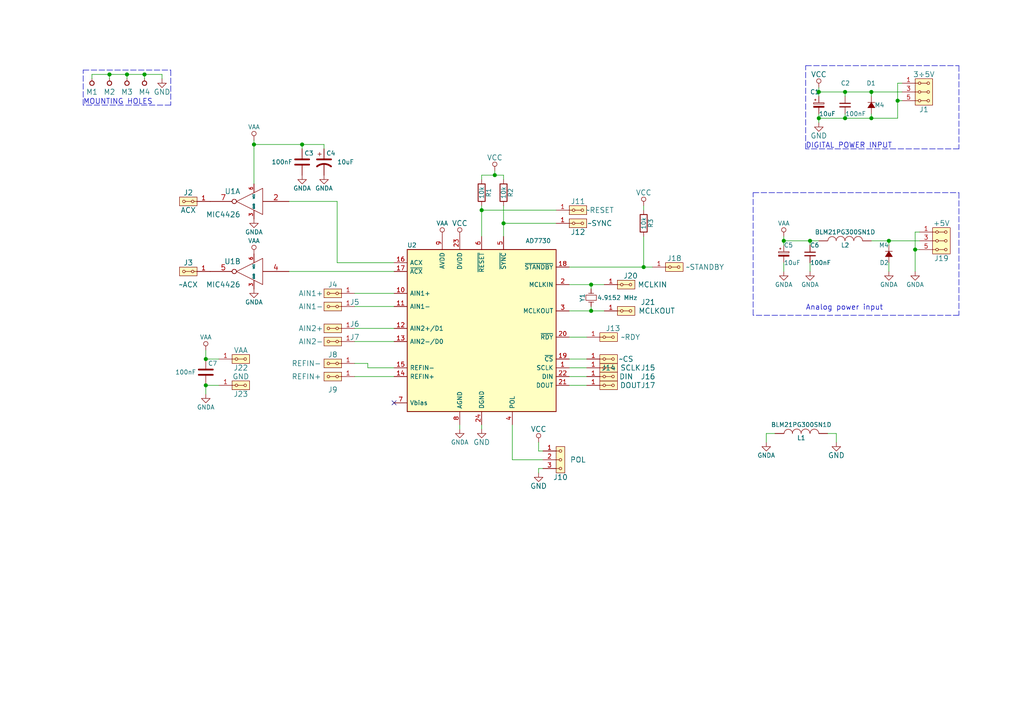
<source format=kicad_sch>
(kicad_sch (version 20210406) (generator eeschema)
  (paper "A4")
  (title_block (title "NAME") (date "%F") (rev "REV") (company "Mlab www.mlab.cz") (comment 1 "VERSION") (comment 2 "Short description \\nTwo lines are maximum") (comment 3 "nickname <email@example.com>") (comment 4 "BSD"))
  (lib_symbols
    (symbol "BRIDGEADC01A-rescue:AD7730" (pin_names (offset 0.762))
      (property "Reference" "U" (at -13.97 17.78 0))
      (property "Value" "AD7730" (at 20.32 19.05 0))
      (symbol "AD7730_0_1"
        (rectangle (start -13.97 16.51) (end 29.21 -30.48) (stroke (width 0.254)) (fill (type background)))
      )
      (symbol "AD7730_1_1"
        (pin input line (at 33.02 -17.78 180) (length 3.81) (name "SCLK") (number "1"))
        (pin input line (at -17.78 3.81 0) (length 3.81) (name "AIN1+") (number "10"))
        (pin input line (at -17.78 0 0) (length 3.81) (name "AIN1-") (number "11"))
        (pin output line (at -17.78 -6.35 0) (length 3.81) (name "AIN2+/D1") (number "12"))
        (pin output line (at -17.78 -10.16 0) (length 3.81) (name "AIN2-/D0") (number "13"))
        (pin input line (at -17.78 -20.32 0) (length 3.81) (name "REFIN+") (number "14"))
        (pin input line (at -17.78 -17.78 0) (length 3.81) (name "REFIN-") (number "15"))
        (pin output line (at -17.78 12.7 0) (length 3.81) (name "ACX") (number "16"))
        (pin output line (at -17.78 10.16 0) (length 3.81) (name "~ACX") (number "17"))
        (pin input line (at 33.02 11.43 180) (length 3.81) (name "~STANDBY") (number "18"))
        (pin input line (at 33.02 -15.24 180) (length 3.81) (name "~CS") (number "19"))
        (pin input line (at 33.02 6.35 180) (length 3.81) (name "MCLKIN") (number "2"))
        (pin output line (at 33.02 -8.89 180) (length 3.81) (name "~RDY") (number "20"))
        (pin output line (at 33.02 -22.86 180) (length 3.81) (name "DOUT") (number "21"))
        (pin input line (at 33.02 -20.32 180) (length 3.81) (name "DIN") (number "22"))
        (pin power_in line (at 1.27 20.32 270) (length 3.81) (name "DVDD") (number "23"))
        (pin power_in line (at 7.62 -34.29 90) (length 3.81) (name "DGND") (number "24"))
        (pin input line (at 33.02 -1.27 180) (length 3.81) (name "MCLKOUT") (number "3"))
        (pin input line (at 16.51 -34.29 90) (length 3.81) (name "POL") (number "4"))
        (pin input line (at 13.97 20.32 270) (length 3.81) (name "~SYNC") (number "5"))
        (pin input line (at 7.62 20.32 270) (length 3.81) (name "~RESET") (number "6"))
        (pin input line (at -17.78 -27.94 0) (length 3.81) (name "Vbias") (number "7"))
        (pin power_in line (at 1.27 -34.29 90) (length 3.81) (name "AGND") (number "8"))
        (pin power_in line (at -3.81 20.32 270) (length 3.81) (name "AVDD") (number "9"))
      )
    )
    (symbol "BRIDGEADC01A-rescue:C" (pin_numbers hide) (pin_names (offset 0.254))
      (property "Reference" "C" (at 0.635 2.54 0))
      (property "Value" "C" (at 0.635 -2.54 0))
      (symbol "C_0_1"
        (polyline (pts (xy -2.032 -0.762) (xy 2.032 -0.762)) (stroke (width 0.508)))
        (polyline (pts (xy -2.032 0.762) (xy 2.032 0.762)) (stroke (width 0.508)))
      )
      (symbol "C_1_1"
        (pin passive line (at 0 3.81 270) (length 2.794) (name "~") (number "1"))
        (pin passive line (at 0 -3.81 90) (length 2.794) (name "~") (number "2"))
      )
    )
    (symbol "BRIDGEADC01A-rescue:CP1" (pin_numbers hide) (pin_names (offset 0.254) hide)
      (property "Reference" "C" (at 0.635 2.54 0))
      (property "Value" "CP1" (at 0.635 -2.54 0))
      (symbol "CP1_0_1"
        (arc (start -2.032 -1.27) (end 2.032 -1.27) (radius (at 0 -3.81) (length 3.2512) (angles 128.7 51.3)) (stroke (width 0.508)))
        (polyline (pts (xy -2.032 0.762) (xy 2.032 0.762)) (stroke (width 0.508)))
        (polyline (pts (xy -1.778 2.286) (xy -0.762 2.286)))
        (polyline (pts (xy -1.27 1.778) (xy -1.27 2.794)))
      )
      (symbol "CP1_1_1"
        (pin passive line (at 0 3.81 270) (length 2.794) (name "~") (number "1"))
        (pin passive line (at 0 -3.81 90) (length 3.302) (name "~") (number "2"))
      )
    )
    (symbol "BRIDGEADC01A-rescue:CP_Small" (pin_numbers hide) (pin_names (offset 0.254) hide)
      (property "Reference" "C" (at 0.254 1.778 0))
      (property "Value" "CP_Small" (at 0.254 -2.032 0))
      (symbol "CP_Small_0_1"
        (rectangle (start -1.524 0.6858) (end 1.524 0.3048))
        (rectangle (start -1.524 -0.3048) (end 1.524 -0.6858) (fill (type outline)))
        (polyline (pts (xy -1.27 1.524) (xy -0.762 1.524)))
        (polyline (pts (xy -1.016 1.27) (xy -1.016 1.778)))
      )
      (symbol "CP_Small_1_1"
        (pin passive line (at 0 2.54 270) (length 1.8542) (name "~") (number "1"))
        (pin passive line (at 0 -2.54 90) (length 1.8542) (name "~") (number "2"))
      )
    )
    (symbol "BRIDGEADC01A-rescue:C_Small" (pin_numbers hide) (pin_names (offset 0.254) hide)
      (property "Reference" "C" (at 0.254 1.778 0))
      (property "Value" "C_Small" (at 0.254 -2.032 0))
      (symbol "C_Small_0_1"
        (polyline (pts (xy -1.524 -0.508) (xy 1.524 -0.508)) (stroke (width 0.3302)))
        (polyline (pts (xy -1.524 0.508) (xy 1.524 0.508)) (stroke (width 0.3048)))
      )
      (symbol "C_Small_1_1"
        (pin passive line (at 0 2.54 270) (length 1.905) (name "~") (number "1"))
        (pin passive line (at 0 -2.54 90) (length 2.032) (name "~") (number "2"))
      )
    )
    (symbol "BRIDGEADC01A-rescue:Crystal_Small" (pin_numbers hide) (pin_names (offset 1.016) hide)
      (property "Reference" "Y" (at 0 2.54 0))
      (property "Value" "Crystal_Small" (at 0 -2.54 0))
      (symbol "Crystal_Small_0_1"
        (rectangle (start -0.762 -1.524) (end 0.762 1.524))
        (polyline (pts (xy -1.27 -0.762) (xy -1.27 0.762)))
        (polyline (pts (xy 1.27 -0.762) (xy 1.27 0.762)))
      )
      (symbol "Crystal_Small_1_1"
        (pin passive line (at -2.54 0 0) (length 1.27) (name "1") (number "1"))
        (pin passive line (at 2.54 0 180) (length 1.27) (name "2") (number "2"))
      )
    )
    (symbol "BRIDGEADC01A-rescue:D_Small" (pin_numbers hide) (pin_names (offset 0.254) hide)
      (property "Reference" "D" (at -1.27 2.032 0))
      (property "Value" "D_Small" (at -3.81 -2.032 0))
      (symbol "D_Small_0_1"
        (polyline (pts (xy -0.762 -1.016) (xy -0.762 1.016)))
        (polyline (pts (xy 0.762 -1.016) (xy -0.762 0) (xy 0.762 1.016) (xy 0.762 -1.016)) (fill (type outline)))
      )
      (symbol "D_Small_1_1"
        (pin passive line (at -2.54 0 0) (length 1.778) (name "K") (number "1"))
        (pin passive line (at 2.54 0 180) (length 1.778) (name "A") (number "2"))
      )
    )
    (symbol "BRIDGEADC01A-rescue:GND" (power) (pin_names (offset 0))
      (property "Value" "GND" (at 0 -3.81 0))
      (symbol "GND_0_1"
        (polyline (pts (xy 0 0) (xy 0 -1.27) (xy 1.27 -1.27) (xy 0 -2.54) (xy -1.27 -1.27) (xy 0 -1.27)))
      )
      (symbol "GND_1_1"
        (pin power_in line (at 0 0 270) (length 0) hide (name "GND") (number "1"))
      )
    )
    (symbol "BRIDGEADC01A-rescue:GNDA" (power) (pin_names (offset 0))
      (property "Value" "GNDA" (at 0 -3.81 0))
      (symbol "GNDA_0_1"
        (polyline (pts (xy 0 0) (xy 0 -1.27) (xy 1.27 -1.27) (xy 0 -2.54) (xy -1.27 -1.27) (xy 0 -1.27)))
      )
      (symbol "GNDA_1_1"
        (pin power_in line (at 0 0 270) (length 0) hide (name "GNDA") (number "1"))
      )
    )
    (symbol "BRIDGEADC01A-rescue:HEADER_1x03" (pin_names (offset 1.016))
      (property "Reference" "J" (at 0 -5.08 0))
      (property "Value" "HEADER_1x03" (at 0 5.08 0))
      (symbol "HEADER_1x03_0_1"
        (circle (center 0 -2.54) (radius 0.381))
        (circle (center 0 0) (radius 0.381))
        (circle (center 0 2.54) (radius 0.381))
        (rectangle (start -1.27 3.81) (end 1.27 -3.81) (fill (type background)))
        (polyline (pts (xy -1.27 -2.54) (xy -0.381 -2.54)))
        (polyline (pts (xy -1.27 0) (xy -0.381 0)))
        (polyline (pts (xy -1.27 2.54) (xy -0.381 2.54)))
      )
      (symbol "HEADER_1x03_1_1"
        (pin input line (at -5.08 2.54 0) (length 3.81) (name "~") (number "1"))
        (pin input line (at -5.08 0 0) (length 3.81) (name "~") (number "2"))
        (pin input line (at -5.08 -2.54 0) (length 3.81) (name "~") (number "3"))
      )
    )
    (symbol "BRIDGEADC01A-rescue:HEADER_2x01_PARALLEL" (pin_names (offset 1.016))
      (property "Reference" "J" (at 0 -2.54 0))
      (property "Value" "HEADER_2x01_PARALLEL" (at 0 2.54 0))
      (symbol "HEADER_2x01_PARALLEL_0_1"
        (circle (center -1.27 0) (radius 0.381))
        (circle (center 1.27 0) (radius 0.381))
        (rectangle (start -2.54 1.27) (end 2.54 -1.27) (fill (type background)))
        (polyline (pts (xy -1.651 0) (xy -2.54 0)))
        (polyline (pts (xy -0.889 0) (xy 0.889 0)))
      )
      (symbol "HEADER_2x01_PARALLEL_1_1"
        (pin input line (at -6.35 0 0) (length 3.81) (name "~") (number "1"))
        (pin input line (at -6.35 0 0) (length 3.81) hide (name "~") (number "2"))
      )
    )
    (symbol "BRIDGEADC01A-rescue:HEADER_2x03_PARALLEL" (pin_names (offset 1.016))
      (property "Reference" "J" (at 0 -5.08 0))
      (property "Value" "HEADER_2x03_PARALLEL" (at 0 5.08 0))
      (symbol "HEADER_2x03_PARALLEL_0_1"
        (circle (center -1.27 -2.54) (radius 0.381))
        (circle (center -1.27 0) (radius 0.381))
        (circle (center -1.27 2.54) (radius 0.381))
        (circle (center 1.27 -2.54) (radius 0.381))
        (circle (center 1.27 0) (radius 0.381))
        (circle (center 1.27 2.54) (radius 0.381))
        (rectangle (start -2.54 3.81) (end 2.54 -3.81) (fill (type background)))
        (polyline (pts (xy -1.651 -2.54) (xy -2.54 -2.54)))
        (polyline (pts (xy -1.651 0) (xy -2.54 0)))
        (polyline (pts (xy -1.651 2.54) (xy -2.54 2.54)))
        (polyline (pts (xy -0.889 -2.54) (xy 0.889 -2.54)))
        (polyline (pts (xy -0.889 0) (xy 0.889 0)))
        (polyline (pts (xy -0.889 2.54) (xy 0.889 2.54)))
      )
      (symbol "HEADER_2x03_PARALLEL_1_1"
        (pin input line (at -6.35 2.54 0) (length 3.81) (name "~") (number "1"))
        (pin input line (at -6.35 2.54 0) (length 3.81) hide (name "~") (number "2"))
        (pin input line (at -6.35 0 0) (length 3.81) (name "~") (number "3"))
        (pin input line (at -6.35 0 0) (length 3.81) hide (name "~") (number "4"))
        (pin input line (at -6.35 -2.54 0) (length 3.81) (name "~") (number "5"))
        (pin input line (at -6.35 -2.54 0) (length 3.81) hide (name "~") (number "6"))
      )
    )
    (symbol "BRIDGEADC01A-rescue:HOLE" (pin_numbers hide) (pin_names (offset 1.016) hide)
      (property "Reference" "M" (at 0 2.54 0))
      (property "Value" "HOLE" (at 0 -2.54 0))
      (symbol "HOLE_0_1"
        (circle (center 0 0) (radius 0.635) (stroke (width 0.254)))
      )
      (symbol "HOLE_1_1"
        (pin input line (at 1.27 0 180) (length 0.635) (name "~") (number "1"))
      )
    )
    (symbol "BRIDGEADC01A-rescue:INDUCTOR" (pin_numbers hide) (pin_names (offset 1.016) hide)
      (property "Reference" "L" (at -1.27 0 90))
      (property "Value" "INDUCTOR" (at 2.54 0 90))
      (symbol "INDUCTOR_0_1"
        (arc (start 0.0254 -5.0546) (end 0.0254 -2.54) (radius (at 0 -3.81) (length 1.27) (angles -88.9 88.9)))
        (arc (start 0.0254 -2.5146) (end 0.0254 0.0508) (radius (at 0 -1.2446) (length 1.2954) (angles -88.9 88.9)))
        (arc (start 0.0254 0.0254) (end 0.0254 2.5908) (radius (at 0 1.2954) (length 1.2954) (angles -88.9 88.9)))
        (arc (start 0.0254 2.5654) (end 0.0254 4.9784) (radius (at 0 3.7592) (length 1.2192) (angles -88.9 88.9)))
      )
      (symbol "INDUCTOR_1_1"
        (pin passive line (at 0 7.62 270) (length 2.54) (name "1") (number "1"))
        (pin passive line (at 0 -7.62 90) (length 2.54) (name "2") (number "2"))
      )
    )
    (symbol "BRIDGEADC01A-rescue:MIC4426" (pin_names (offset 0.254))
      (property "Reference" "U" (at 4.953 2.921 0))
      (property "Value" "MIC4426" (at 7.62 -3.81 0))
      (symbol "MIC4426_0_0"
        (polyline (pts (xy -3.81 3.81) (xy -3.81 -3.81) (xy 3.81 0) (xy -3.81 3.81)))
        (pin power_in line (at -1.27 -5.08 90) (length 2.54) (name "GND") (number "3"))
        (pin power_in line (at -1.27 5.08 270) (length 2.54) (name "VCC") (number "6"))
      )
      (symbol "MIC4426_1_1"
        (pin input line (at -11.43 0 0) (length 7.62) (name "~") (number "2"))
        (pin output inverted (at 11.43 0 180) (length 7.62) (name "~") (number "7"))
      )
      (symbol "MIC4426_1_2"
        (pin input inverted (at -11.43 0 0) (length 7.62) (name "~") (number "2"))
        (pin output line (at 11.43 0 180) (length 7.62) (name "~") (number "4"))
      )
      (symbol "MIC4426_2_1"
        (pin input line (at -11.43 0 0) (length 7.62) (name "~") (number "4"))
        (pin output inverted (at 11.43 0 180) (length 7.62) (name "~") (number "5"))
      )
      (symbol "MIC4426_2_2"
        (pin input inverted (at -11.43 0 0) (length 7.62) (name "~") (number "2"))
        (pin output line (at 11.43 0 180) (length 7.62) (name "~") (number "4"))
      )
    )
    (symbol "BRIDGEADC01A-rescue:R" (pin_numbers hide) (pin_names (offset 0))
      (property "Reference" "R" (at 2.032 0 90))
      (property "Value" "R" (at 0 0 90))
      (symbol "R_0_1"
        (rectangle (start -1.016 -2.54) (end 1.016 2.54) (stroke (width 0.254)))
      )
      (symbol "R_1_1"
        (pin passive line (at 0 3.81 270) (length 1.27) (name "~") (number "1"))
        (pin passive line (at 0 -3.81 90) (length 1.27) (name "~") (number "2"))
      )
    )
    (symbol "BRIDGEADC01A-rescue:VAA" (power) (pin_names (offset 0))
      (property "Value" "VAA" (at 0 3.81 0))
      (symbol "VAA_0_1"
        (circle (center 0 1.905) (radius 0.635))
        (polyline (pts (xy 0 0) (xy 0 1.27)))
      )
      (symbol "VAA_1_1"
        (pin power_in line (at 0 0 90) (length 0) hide (name "VAA") (number "1"))
      )
    )
    (symbol "BRIDGEADC01A-rescue:VCC" (power) (pin_names (offset 0))
      (property "Value" "VCC" (at 0 3.81 0))
      (symbol "VCC_0_1"
        (circle (center 0 1.905) (radius 0.635))
        (polyline (pts (xy 0 0) (xy 0 1.27)))
      )
      (symbol "VCC_1_1"
        (pin power_in line (at 0 0 90) (length 0) hide (name "VCC") (number "1"))
      )
    )
  )
  (junction (at 31.75 21.59) (diameter 1.016))
  (junction (at 36.83 21.59) (diameter 1.016))
  (junction (at 41.91 21.59) (diameter 1.016))
  (junction (at 59.69 104.14) (diameter 1.016))
  (junction (at 59.69 111.76) (diameter 1.016))
  (junction (at 73.66 41.91) (diameter 1.016))
  (junction (at 87.63 41.91) (diameter 1.016))
  (junction (at 139.7 60.96) (diameter 1.016))
  (junction (at 143.51 50.8) (diameter 1.016))
  (junction (at 146.05 64.77) (diameter 1.016))
  (junction (at 171.45 82.55) (diameter 1.016))
  (junction (at 171.45 90.17) (diameter 1.016))
  (junction (at 186.69 77.47) (diameter 1.016))
  (junction (at 227.33 69.85) (diameter 1.016))
  (junction (at 234.95 69.85) (diameter 1.016))
  (junction (at 237.49 26.67) (diameter 1.016))
  (junction (at 237.49 34.29) (diameter 1.016))
  (junction (at 245.11 26.67) (diameter 1.016))
  (junction (at 245.11 34.29) (diameter 1.016))
  (junction (at 252.73 26.67) (diameter 1.016))
  (junction (at 252.73 34.29) (diameter 1.016))
  (junction (at 257.81 69.85) (diameter 1.016))
  (junction (at 260.35 29.21) (diameter 1.016))
  (junction (at 265.43 72.39) (diameter 1.016))
  (no_connect (at 114.3 116.84))
  (wire (pts (xy 26.67 21.59) (xy 26.67 22.86)))
  (wire (pts (xy 26.67 21.59) (xy 31.75 21.59)))
  (wire (pts (xy 31.75 21.59) (xy 36.83 21.59)))
  (wire (pts (xy 31.75 22.86) (xy 31.75 21.59)))
  (wire (pts (xy 36.83 21.59) (xy 41.91 21.59)))
  (wire (pts (xy 36.83 22.86) (xy 36.83 21.59)))
  (wire (pts (xy 41.91 21.59) (xy 46.99 21.59)))
  (wire (pts (xy 41.91 22.86) (xy 41.91 21.59)))
  (wire (pts (xy 46.99 21.59) (xy 46.99 22.86)))
  (wire (pts (xy 59.69 104.14) (xy 59.69 101.6)))
  (wire (pts (xy 59.69 111.76) (xy 63.5 111.76)))
  (wire (pts (xy 59.69 114.3) (xy 59.69 111.76)))
  (wire (pts (xy 63.5 104.14) (xy 59.69 104.14)))
  (wire (pts (xy 73.66 40.64) (xy 73.66 41.91)))
  (wire (pts (xy 73.66 41.91) (xy 73.66 53.34)))
  (wire (pts (xy 73.66 41.91) (xy 87.63 41.91)))
  (wire (pts (xy 83.82 58.42) (xy 97.79 58.42)))
  (wire (pts (xy 83.82 78.74) (xy 114.3 78.74)))
  (wire (pts (xy 87.63 41.91) (xy 93.98 41.91)))
  (wire (pts (xy 87.63 43.18) (xy 87.63 41.91)))
  (wire (pts (xy 93.98 41.91) (xy 93.98 43.18)))
  (wire (pts (xy 97.79 58.42) (xy 97.79 76.2)))
  (wire (pts (xy 97.79 76.2) (xy 114.3 76.2)))
  (wire (pts (xy 102.87 85.09) (xy 114.3 85.09)))
  (wire (pts (xy 102.87 99.06) (xy 114.3 99.06)))
  (wire (pts (xy 102.87 105.41) (xy 106.68 105.41)))
  (wire (pts (xy 106.68 105.41) (xy 106.68 106.68)))
  (wire (pts (xy 106.68 106.68) (xy 114.3 106.68)))
  (wire (pts (xy 114.3 88.9) (xy 102.87 88.9)))
  (wire (pts (xy 114.3 95.25) (xy 102.87 95.25)))
  (wire (pts (xy 114.3 109.22) (xy 102.87 109.22)))
  (wire (pts (xy 133.35 123.19) (xy 133.35 124.46)))
  (wire (pts (xy 139.7 50.8) (xy 143.51 50.8)))
  (wire (pts (xy 139.7 52.07) (xy 139.7 50.8)))
  (wire (pts (xy 139.7 59.69) (xy 139.7 60.96)))
  (wire (pts (xy 139.7 60.96) (xy 139.7 68.58)))
  (wire (pts (xy 139.7 124.46) (xy 139.7 123.19)))
  (wire (pts (xy 143.51 49.53) (xy 143.51 50.8)))
  (wire (pts (xy 143.51 50.8) (xy 146.05 50.8)))
  (wire (pts (xy 146.05 50.8) (xy 146.05 52.07)))
  (wire (pts (xy 146.05 59.69) (xy 146.05 64.77)))
  (wire (pts (xy 146.05 64.77) (xy 146.05 68.58)))
  (wire (pts (xy 148.59 123.19) (xy 148.59 133.35)))
  (wire (pts (xy 148.59 133.35) (xy 157.48 133.35)))
  (wire (pts (xy 156.21 130.81) (xy 156.21 128.27)))
  (wire (pts (xy 156.21 135.89) (xy 157.48 135.89)))
  (wire (pts (xy 156.21 137.16) (xy 156.21 135.89)))
  (wire (pts (xy 157.48 130.81) (xy 156.21 130.81)))
  (wire (pts (xy 161.29 60.96) (xy 139.7 60.96)))
  (wire (pts (xy 161.29 64.77) (xy 146.05 64.77)))
  (wire (pts (xy 165.1 77.47) (xy 186.69 77.47)))
  (wire (pts (xy 165.1 82.55) (xy 171.45 82.55)))
  (wire (pts (xy 165.1 90.17) (xy 171.45 90.17)))
  (wire (pts (xy 165.1 104.14) (xy 170.18 104.14)))
  (wire (pts (xy 165.1 109.22) (xy 170.18 109.22)))
  (wire (pts (xy 170.18 97.79) (xy 165.1 97.79)))
  (wire (pts (xy 170.18 106.68) (xy 165.1 106.68)))
  (wire (pts (xy 170.18 111.76) (xy 165.1 111.76)))
  (wire (pts (xy 171.45 82.55) (xy 171.45 83.82)))
  (wire (pts (xy 171.45 82.55) (xy 175.26 82.55)))
  (wire (pts (xy 171.45 88.9) (xy 171.45 90.17)))
  (wire (pts (xy 171.45 90.17) (xy 175.26 90.17)))
  (wire (pts (xy 186.69 60.96) (xy 186.69 59.69)))
  (wire (pts (xy 186.69 68.58) (xy 186.69 77.47)))
  (wire (pts (xy 186.69 77.47) (xy 189.23 77.47)))
  (wire (pts (xy 222.25 125.73) (xy 222.25 128.27)))
  (wire (pts (xy 224.79 125.73) (xy 222.25 125.73)))
  (wire (pts (xy 227.33 68.58) (xy 227.33 69.85)))
  (wire (pts (xy 227.33 69.85) (xy 227.33 71.12)))
  (wire (pts (xy 227.33 69.85) (xy 234.95 69.85)))
  (wire (pts (xy 227.33 76.2) (xy 227.33 78.74)))
  (wire (pts (xy 234.95 69.85) (xy 237.49 69.85)))
  (wire (pts (xy 234.95 71.12) (xy 234.95 69.85)))
  (wire (pts (xy 234.95 76.2) (xy 234.95 78.74)))
  (wire (pts (xy 237.49 25.4) (xy 237.49 26.67)))
  (wire (pts (xy 237.49 26.67) (xy 237.49 27.94)))
  (wire (pts (xy 237.49 26.67) (xy 245.11 26.67)))
  (wire (pts (xy 237.49 33.02) (xy 237.49 34.29)))
  (wire (pts (xy 237.49 34.29) (xy 237.49 35.56)))
  (wire (pts (xy 240.03 125.73) (xy 242.57 125.73)))
  (wire (pts (xy 242.57 125.73) (xy 242.57 128.27)))
  (wire (pts (xy 245.11 26.67) (xy 252.73 26.67)))
  (wire (pts (xy 245.11 27.94) (xy 245.11 26.67)))
  (wire (pts (xy 245.11 33.02) (xy 245.11 34.29)))
  (wire (pts (xy 245.11 34.29) (xy 237.49 34.29)))
  (wire (pts (xy 252.73 26.67) (xy 261.62 26.67)))
  (wire (pts (xy 252.73 27.94) (xy 252.73 26.67)))
  (wire (pts (xy 252.73 33.02) (xy 252.73 34.29)))
  (wire (pts (xy 252.73 34.29) (xy 245.11 34.29)))
  (wire (pts (xy 252.73 69.85) (xy 257.81 69.85)))
  (wire (pts (xy 257.81 69.85) (xy 266.7 69.85)))
  (wire (pts (xy 257.81 71.12) (xy 257.81 69.85)))
  (wire (pts (xy 257.81 76.2) (xy 257.81 78.74)))
  (wire (pts (xy 260.35 24.13) (xy 260.35 29.21)))
  (wire (pts (xy 260.35 29.21) (xy 260.35 34.29)))
  (wire (pts (xy 260.35 34.29) (xy 252.73 34.29)))
  (wire (pts (xy 261.62 24.13) (xy 260.35 24.13)))
  (wire (pts (xy 261.62 29.21) (xy 260.35 29.21)))
  (wire (pts (xy 265.43 67.31) (xy 265.43 72.39)))
  (wire (pts (xy 265.43 72.39) (xy 265.43 78.74)))
  (wire (pts (xy 266.7 67.31) (xy 265.43 67.31)))
  (wire (pts (xy 266.7 72.39) (xy 265.43 72.39)))
  (polyline (pts (xy 24.13 20.32) (xy 49.53 20.32)) (stroke (width 0) (type dash)))
  (polyline (pts (xy 24.13 30.48) (xy 24.13 20.32)) (stroke (width 0) (type dash)))
  (polyline (pts (xy 49.53 20.32) (xy 49.53 30.48)) (stroke (width 0) (type dash)))
  (polyline (pts (xy 49.53 30.48) (xy 24.13 30.48)) (stroke (width 0) (type dash)))
  (polyline (pts (xy 218.44 55.88) (xy 278.13 55.88)) (stroke (width 0) (type dash)))
  (polyline (pts (xy 218.44 91.44) (xy 218.44 55.88)) (stroke (width 0) (type dash)))
  (polyline (pts (xy 233.68 19.05) (xy 278.13 19.05)) (stroke (width 0) (type dash)))
  (polyline (pts (xy 233.68 43.18) (xy 233.68 19.05)) (stroke (width 0) (type dash)))
  (polyline (pts (xy 278.13 19.05) (xy 278.13 43.18)) (stroke (width 0) (type dash)))
  (polyline (pts (xy 278.13 43.18) (xy 233.68 43.18)) (stroke (width 0) (type dash)))
  (polyline (pts (xy 278.13 55.88) (xy 278.13 91.44)) (stroke (width 0) (type dash)))
  (polyline (pts (xy 278.13 91.44) (xy 218.44 91.44)) (stroke (width 0) (type dash)))
  (text "MOUNTING HOLES" (at 24.13 30.48 0) (effects (font (size 1.524 1.524)) (justify left bottom)))
  (text "DIGITAL POWER INPUT" (at 233.68 43.18 0) (effects (font (size 1.524 1.524)) (justify left bottom)))
  (text "Analog power input" (at 233.68 90.17 0) (effects (font (size 1.524 1.524)) (justify left bottom)))
  (symbol (lib_id "BRIDGEADC01A-rescue:HOLE") (at 26.67 24.13 90) (unit 1)
    (property "Reference" "M1" (at 26.67 26.67 90) (effects (font (size 1.524 1.524))))
    (property "Value" "HOLE" (effects hide))
    (property "Footprint" "Mlab_Mechanical:MountingHole_3mm" (effects hide))
  )
  (symbol (lib_id "BRIDGEADC01A-rescue:HOLE") (at 31.75 24.13 90) (unit 1)
    (property "Reference" "M2" (at 31.75 26.67 90) (effects (font (size 1.524 1.524))))
    (property "Value" "HOLE" (effects hide))
    (property "Footprint" "Mlab_Mechanical:MountingHole_3mm" (effects hide))
  )
  (symbol (lib_id "BRIDGEADC01A-rescue:HOLE") (at 36.83 24.13 90) (unit 1)
    (property "Reference" "M3" (at 36.83 26.67 90) (effects (font (size 1.524 1.524))))
    (property "Value" "HOLE" (effects hide))
    (property "Footprint" "Mlab_Mechanical:MountingHole_3mm" (effects hide))
  )
  (symbol (lib_id "BRIDGEADC01A-rescue:HOLE") (at 41.91 24.13 90) (unit 1)
    (property "Reference" "M4" (at 41.91 26.67 90) (effects (font (size 1.524 1.524))))
    (property "Value" "HOLE" (effects hide))
    (property "Footprint" "Mlab_Mechanical:MountingHole_3mm" (effects hide))
  )
  (symbol (lib_id "BRIDGEADC01A-rescue:VAA") (at 59.69 101.6 0) (unit 1)
    (property "Reference" "#PWR025" (effects hide))
    (property "Value" "VAA" (at 59.69 97.79 0))
  )
  (symbol (lib_id "BRIDGEADC01A-rescue:VAA") (at 73.66 40.64 0) (unit 1)
    (property "Reference" "#PWR010" (effects hide))
    (property "Value" "VAA" (at 73.66 36.83 0))
  )
  (symbol (lib_id "BRIDGEADC01A-rescue:VAA") (at 73.66 73.66 0) (unit 1)
    (property "Reference" "#PWR011" (effects hide))
    (property "Value" "VAA" (at 73.66 69.85 0))
  )
  (symbol (lib_id "BRIDGEADC01A-rescue:VAA") (at 128.27 68.58 0) (unit 1)
    (property "Reference" "#PWR08" (effects hide))
    (property "Value" "VAA" (at 128.27 64.77 0))
  )
  (symbol (lib_id "BRIDGEADC01A-rescue:VCC") (at 133.35 68.58 0) (unit 1)
    (property "Reference" "#PWR09" (effects hide))
    (property "Value" "VCC" (at 133.35 64.77 0) (effects (font (size 1.524 1.524))))
  )
  (symbol (lib_id "BRIDGEADC01A-rescue:VCC") (at 143.51 49.53 0) (unit 1)
    (property "Reference" "#PWR016" (effects hide))
    (property "Value" "VCC" (at 143.51 45.72 0) (effects (font (size 1.524 1.524))))
  )
  (symbol (lib_id "BRIDGEADC01A-rescue:VCC") (at 156.21 128.27 0) (unit 1)
    (property "Reference" "#PWR014" (effects hide))
    (property "Value" "VCC" (at 156.21 124.46 0) (effects (font (size 1.524 1.524))))
  )
  (symbol (lib_id "BRIDGEADC01A-rescue:VCC") (at 186.69 59.69 0) (unit 1)
    (property "Reference" "#PWR017" (effects hide))
    (property "Value" "VCC" (at 186.69 55.88 0) (effects (font (size 1.524 1.524))))
  )
  (symbol (lib_id "BRIDGEADC01A-rescue:VAA") (at 227.33 68.58 0) (unit 1)
    (property "Reference" "#PWR07" (effects hide))
    (property "Value" "VAA" (at 227.33 64.77 0))
  )
  (symbol (lib_id "BRIDGEADC01A-rescue:VCC") (at 237.49 25.4 0) (unit 1)
    (property "Reference" "#PWR01" (effects hide))
    (property "Value" "VCC" (at 237.49 21.59 0) (effects (font (size 1.524 1.524))))
  )
  (symbol (lib_id "BRIDGEADC01A-rescue:GND") (at 46.99 22.86 0) (unit 1)
    (property "Reference" "#PWR03" (effects hide))
    (property "Value" "GND" (at 46.99 26.67 0) (effects (font (size 1.524 1.524))))
  )
  (symbol (lib_id "BRIDGEADC01A-rescue:GNDA") (at 59.69 114.3 0) (unit 1)
    (property "Reference" "#PWR026" (effects hide))
    (property "Value" "GNDA" (at 59.69 118.11 0))
  )
  (symbol (lib_id "BRIDGEADC01A-rescue:GNDA") (at 73.66 63.5 0) (unit 1)
    (property "Reference" "#PWR013" (effects hide))
    (property "Value" "GNDA" (at 73.66 67.31 0))
  )
  (symbol (lib_id "BRIDGEADC01A-rescue:GNDA") (at 73.66 83.82 0) (unit 1)
    (property "Reference" "#PWR012" (effects hide))
    (property "Value" "GNDA" (at 73.66 87.63 0))
  )
  (symbol (lib_id "BRIDGEADC01A-rescue:GNDA") (at 87.63 50.8 0) (unit 1)
    (property "Reference" "#PWR020" (effects hide))
    (property "Value" "GNDA" (at 87.63 54.61 0))
  )
  (symbol (lib_id "BRIDGEADC01A-rescue:GNDA") (at 93.98 50.8 0) (unit 1)
    (property "Reference" "#PWR021" (effects hide))
    (property "Value" "GNDA" (at 93.98 54.61 0))
  )
  (symbol (lib_id "BRIDGEADC01A-rescue:GNDA") (at 133.35 124.46 0) (unit 1)
    (property "Reference" "#PWR04" (effects hide))
    (property "Value" "GNDA" (at 133.35 128.27 0))
  )
  (symbol (lib_id "BRIDGEADC01A-rescue:GND") (at 139.7 124.46 0) (unit 1)
    (property "Reference" "#PWR05" (effects hide))
    (property "Value" "GND" (at 139.7 128.27 0) (effects (font (size 1.524 1.524))))
  )
  (symbol (lib_id "BRIDGEADC01A-rescue:GND") (at 156.21 137.16 0) (unit 1)
    (property "Reference" "#PWR015" (effects hide))
    (property "Value" "GND" (at 156.21 140.97 0) (effects (font (size 1.524 1.524))))
  )
  (symbol (lib_id "BRIDGEADC01A-rescue:GNDA") (at 222.25 128.27 0) (unit 1)
    (property "Reference" "#PWR018" (effects hide))
    (property "Value" "GNDA" (at 222.25 132.08 0))
  )
  (symbol (lib_id "BRIDGEADC01A-rescue:GNDA") (at 227.33 78.74 0) (unit 1)
    (property "Reference" "#PWR0101" (effects hide))
    (property "Value" "GNDA" (at 227.33 82.55 0))
  )
  (symbol (lib_id "BRIDGEADC01A-rescue:GNDA") (at 234.95 78.74 0) (unit 1)
    (property "Reference" "#PWR0104" (effects hide))
    (property "Value" "GNDA" (at 234.95 82.55 0))
  )
  (symbol (lib_id "BRIDGEADC01A-rescue:GND") (at 237.49 35.56 0) (unit 1)
    (property "Reference" "#PWR02" (effects hide))
    (property "Value" "GND" (at 237.49 39.37 0) (effects (font (size 1.524 1.524))))
  )
  (symbol (lib_id "BRIDGEADC01A-rescue:GND") (at 242.57 128.27 0) (unit 1)
    (property "Reference" "#PWR019" (effects hide))
    (property "Value" "GND" (at 242.57 132.08 0) (effects (font (size 1.524 1.524))))
  )
  (symbol (lib_id "BRIDGEADC01A-rescue:GNDA") (at 257.81 78.74 0) (unit 1)
    (property "Reference" "#PWR0103" (effects hide))
    (property "Value" "GNDA" (at 257.81 82.55 0))
  )
  (symbol (lib_id "BRIDGEADC01A-rescue:GNDA") (at 265.43 78.74 0) (unit 1)
    (property "Reference" "#PWR0102" (effects hide))
    (property "Value" "GNDA" (at 265.43 82.55 0))
  )
  (symbol (lib_id "BRIDGEADC01A-rescue:D_Small") (at 252.73 30.48 270) (unit 1)
    (property "Reference" "D1" (at 254 24.13 90) (effects (justify right)))
    (property "Value" "M4" (at 256.54 30.48 90) (effects (justify right)))
    (property "Footprint" "Diodes_SMD:SMA_Standard" (effects hide))
    (property "UST_ID" "5c70984512875079b91f88ac" (effects hide))
  )
  (symbol (lib_id "BRIDGEADC01A-rescue:D_Small") (at 257.81 73.66 270) (unit 1)
    (property "Reference" "D2" (at 257.81 76.2 90) (effects (justify right)))
    (property "Value" "M4" (at 257.81 71.12 90) (effects (justify right)))
    (property "Footprint" "Diodes_SMD:SMA_Standard" (effects hide))
    (property "UST_ID" "5c70984512875079b91f88ac" (effects hide))
  )
  (symbol (lib_id "BRIDGEADC01A-rescue:Crystal_Small") (at 171.45 86.36 90) (unit 1)
    (property "Reference" "Y1" (at 168.91 86.36 0))
    (property "Value" "4.9152 MHz" (at 179.07 86.36 90))
    (property "Footprint" "Crystals:Crystal_HC49-U_Vertical" (effects hide))
    (property "UST_ID" "5c70984712875079b91f8b0d" (effects hide))
  )
  (symbol (lib_id "BRIDGEADC01A-rescue:CP_Small") (at 227.33 73.66 0) (unit 1)
    (property "Reference" "C5" (at 227.33 71.12 0) (effects (justify left)))
    (property "Value" "10uF" (at 227.33 76.2 0) (effects (justify left)))
    (property "Footprint" "Capacitors_Tantalum_SMD:TantalC_SizeB_EIA-3528_Reflow" (effects hide))
    (property "UST_ID" "5c70984412875079b91f8865" (effects hide))
  )
  (symbol (lib_id "BRIDGEADC01A-rescue:CP_Small") (at 237.49 30.48 0) (unit 1)
    (property "Reference" "C1" (at 234.95 26.67 0) (effects (justify left)))
    (property "Value" "10uF" (at 237.49 33.02 0) (effects (justify left)))
    (property "Footprint" "Capacitors_Tantalum_SMD:TantalC_SizeB_EIA-3528_Reflow" (effects hide))
    (property "UST_ID" "5c70984412875079b91f8865" (effects hide))
  )
  (symbol (lib_id "BRIDGEADC01A-rescue:R") (at 139.7 55.88 0) (unit 1)
    (property "Reference" "R1" (at 141.732 55.88 90))
    (property "Value" "10k" (at 139.7 55.88 90))
    (property "Footprint" "Resistors_SMD:R_0805" (effects hide))
    (property "UST_ID" "5c70984612875079b91f899f" (effects hide))
  )
  (symbol (lib_id "BRIDGEADC01A-rescue:R") (at 146.05 55.88 0) (unit 1)
    (property "Reference" "R2" (at 148.082 55.88 90))
    (property "Value" "10k" (at 146.05 55.88 90))
    (property "Footprint" "Resistors_SMD:R_0805" (effects hide))
    (property "UST_ID" "5c70984612875079b91f899f" (effects hide))
  )
  (symbol (lib_id "BRIDGEADC01A-rescue:R") (at 186.69 64.77 0) (unit 1)
    (property "Reference" "R3" (at 188.722 64.77 90))
    (property "Value" "10k" (at 186.69 64.77 90))
    (property "Footprint" "Resistors_SMD:R_0805" (effects hide))
    (property "UST_ID" "5c70984612875079b91f899f" (effects hide))
  )
  (symbol (lib_id "BRIDGEADC01A-rescue:C_Small") (at 234.95 73.66 0) (unit 1)
    (property "Reference" "C6" (at 234.95 71.12 0) (effects (justify left)))
    (property "Value" "100nF" (at 234.95 76.2 0) (effects (justify left)))
    (property "Footprint" "Capacitors_SMD:C_0805" (effects hide))
    (property "UST_ID" "5c70984712875079b91f8b4c" (effects hide))
  )
  (symbol (lib_id "BRIDGEADC01A-rescue:C_Small") (at 245.11 30.48 0) (unit 1)
    (property "Reference" "C2" (at 243.84 24.13 0) (effects (justify left)))
    (property "Value" "100nF" (at 245.11 33.02 0) (effects (justify left)))
    (property "Footprint" "Capacitors_SMD:C_0805" (effects hide))
    (property "UST_ID" "5c70984712875079b91f8b4c" (effects hide))
  )
  (symbol (lib_id "BRIDGEADC01A-rescue:HEADER_2x01_PARALLEL") (at 54.61 58.42 180) (unit 1)
    (property "Reference" "J2" (at 54.61 55.88 0) (effects (font (size 1.524 1.524))))
    (property "Value" "ACX" (at 54.61 60.96 0) (effects (font (size 1.524 1.524))))
    (property "Footprint" "Mlab_Pin_Headers:Straight_1x02" (effects hide))
  )
  (symbol (lib_id "BRIDGEADC01A-rescue:HEADER_2x01_PARALLEL") (at 54.61 78.74 180) (unit 1)
    (property "Reference" "J3" (at 54.61 76.2 0) (effects (font (size 1.524 1.524))))
    (property "Value" "~ACX" (at 54.61 82.55 0) (effects (font (size 1.524 1.524))))
    (property "Footprint" "Mlab_Pin_Headers:Straight_1x02" (effects hide))
  )
  (symbol (lib_id "BRIDGEADC01A-rescue:HEADER_2x01_PARALLEL") (at 69.85 104.14 0) (unit 1)
    (property "Reference" "J22" (at 69.85 106.68 0) (effects (font (size 1.524 1.524))))
    (property "Value" "VAA" (at 69.85 101.6 0) (effects (font (size 1.524 1.524))))
    (property "Footprint" "Mlab_Pin_Headers:Straight_1x02" (effects hide))
  )
  (symbol (lib_id "BRIDGEADC01A-rescue:HEADER_2x01_PARALLEL") (at 69.85 111.76 0) (unit 1)
    (property "Reference" "J23" (at 69.85 114.3 0) (effects (font (size 1.524 1.524))))
    (property "Value" "GND" (at 69.85 109.22 0) (effects (font (size 1.524 1.524))))
    (property "Footprint" "Mlab_Pin_Headers:Straight_1x02" (effects hide))
  )
  (symbol (lib_id "BRIDGEADC01A-rescue:HEADER_2x01_PARALLEL") (at 96.52 85.09 180) (unit 1)
    (property "Reference" "J4" (at 96.52 82.55 0) (effects (font (size 1.524 1.524))))
    (property "Value" "AIN1+" (at 90.17 85.09 0) (effects (font (size 1.524 1.524))))
    (property "Footprint" "Mlab_Pin_Headers:Straight_1x02" (effects hide))
  )
  (symbol (lib_id "BRIDGEADC01A-rescue:HEADER_2x01_PARALLEL") (at 96.52 88.9 180) (unit 1)
    (property "Reference" "J5" (at 102.87 87.63 0) (effects (font (size 1.524 1.524))))
    (property "Value" "AIN1-" (at 90.17 88.9 0) (effects (font (size 1.524 1.524))))
    (property "Footprint" "Mlab_Pin_Headers:Straight_1x02" (effects hide))
  )
  (symbol (lib_id "BRIDGEADC01A-rescue:HEADER_2x01_PARALLEL") (at 96.52 95.25 180) (unit 1)
    (property "Reference" "J6" (at 102.87 93.98 0) (effects (font (size 1.524 1.524))))
    (property "Value" "AIN2+" (at 90.17 95.25 0) (effects (font (size 1.524 1.524))))
    (property "Footprint" "Mlab_Pin_Headers:Straight_1x02" (effects hide))
  )
  (symbol (lib_id "BRIDGEADC01A-rescue:HEADER_2x01_PARALLEL") (at 96.52 99.06 180) (unit 1)
    (property "Reference" "J7" (at 102.87 97.79 0) (effects (font (size 1.524 1.524))))
    (property "Value" "AIN2-" (at 90.17 99.06 0) (effects (font (size 1.524 1.524))))
    (property "Footprint" "Mlab_Pin_Headers:Straight_1x02" (effects hide))
  )
  (symbol (lib_id "BRIDGEADC01A-rescue:HEADER_2x01_PARALLEL") (at 96.52 105.41 180) (unit 1)
    (property "Reference" "J8" (at 96.52 102.87 0) (effects (font (size 1.524 1.524))))
    (property "Value" "REFIN-" (at 88.9 105.41 0) (effects (font (size 1.524 1.524))))
    (property "Footprint" "Mlab_Pin_Headers:Straight_1x02" (effects hide))
  )
  (symbol (lib_id "BRIDGEADC01A-rescue:HEADER_2x01_PARALLEL") (at 96.52 109.22 180) (unit 1)
    (property "Reference" "J9" (at 96.52 113.03 0) (effects (font (size 1.524 1.524))))
    (property "Value" "REFIN+" (at 88.9 109.22 0) (effects (font (size 1.524 1.524))))
    (property "Footprint" "Mlab_Pin_Headers:Straight_1x02" (effects hide))
  )
  (symbol (lib_id "BRIDGEADC01A-rescue:HEADER_2x01_PARALLEL") (at 167.64 60.96 0) (unit 1)
    (property "Reference" "J11" (at 167.64 58.42 0) (effects (font (size 1.524 1.524))))
    (property "Value" "~RESET" (at 173.99 60.96 0) (effects (font (size 1.524 1.524))))
    (property "Footprint" "Mlab_Pin_Headers:Straight_1x02" (effects hide))
  )
  (symbol (lib_id "BRIDGEADC01A-rescue:HEADER_2x01_PARALLEL") (at 167.64 64.77 0) (unit 1)
    (property "Reference" "J12" (at 167.64 67.31 0) (effects (font (size 1.524 1.524))))
    (property "Value" "~SYNC" (at 173.99 64.77 0) (effects (font (size 1.524 1.524))))
    (property "Footprint" "Mlab_Pin_Headers:Straight_1x02" (effects hide))
  )
  (symbol (lib_id "BRIDGEADC01A-rescue:HEADER_2x01_PARALLEL") (at 176.53 97.79 0) (unit 1)
    (property "Reference" "J13" (at 177.8 95.25 0) (effects (font (size 1.524 1.524))))
    (property "Value" "~RDY" (at 182.88 97.79 0) (effects (font (size 1.524 1.524))))
    (property "Footprint" "Mlab_Pin_Headers:Straight_1x02" (effects hide))
  )
  (symbol (lib_id "BRIDGEADC01A-rescue:HEADER_2x01_PARALLEL") (at 176.53 104.14 0) (unit 1)
    (property "Reference" "J14" (at 176.53 106.68 0) (effects (font (size 1.524 1.524))))
    (property "Value" "~CS" (at 181.61 104.14 0) (effects (font (size 1.524 1.524))))
    (property "Footprint" "Mlab_Pin_Headers:Straight_1x02" (effects hide))
  )
  (symbol (lib_id "BRIDGEADC01A-rescue:HEADER_2x01_PARALLEL") (at 176.53 106.68 0) (unit 1)
    (property "Reference" "J15" (at 187.96 106.68 0) (effects (font (size 1.524 1.524))))
    (property "Value" "SCLK" (at 182.88 106.68 0) (effects (font (size 1.524 1.524))))
    (property "Footprint" "Mlab_Pin_Headers:Straight_1x02" (effects hide))
  )
  (symbol (lib_id "BRIDGEADC01A-rescue:HEADER_2x01_PARALLEL") (at 176.53 109.22 0) (unit 1)
    (property "Reference" "J16" (at 187.96 109.22 0) (effects (font (size 1.524 1.524))))
    (property "Value" "DIN" (at 181.61 109.22 0) (effects (font (size 1.524 1.524))))
    (property "Footprint" "Mlab_Pin_Headers:Straight_1x02" (effects hide))
  )
  (symbol (lib_id "BRIDGEADC01A-rescue:HEADER_2x01_PARALLEL") (at 176.53 111.76 0) (unit 1)
    (property "Reference" "J17" (at 187.96 111.76 0) (effects (font (size 1.524 1.524))))
    (property "Value" "DOUT" (at 182.88 111.76 0) (effects (font (size 1.524 1.524))))
    (property "Footprint" "Mlab_Pin_Headers:Straight_1x02" (effects hide))
  )
  (symbol (lib_id "BRIDGEADC01A-rescue:HEADER_2x01_PARALLEL") (at 181.61 82.55 0) (unit 1)
    (property "Reference" "J20" (at 182.88 80.01 0) (effects (font (size 1.524 1.524))))
    (property "Value" "MCLKIN" (at 189.23 82.55 0) (effects (font (size 1.524 1.524))))
    (property "Footprint" "Mlab_Pin_Headers:Straight_1x02" (effects hide))
  )
  (symbol (lib_id "BRIDGEADC01A-rescue:HEADER_2x01_PARALLEL") (at 181.61 90.17 0) (unit 1)
    (property "Reference" "J21" (at 187.96 87.63 0) (effects (font (size 1.524 1.524))))
    (property "Value" "MCLKOUT" (at 190.5 90.17 0) (effects (font (size 1.524 1.524))))
    (property "Footprint" "Mlab_Pin_Headers:Straight_1x02" (effects hide))
  )
  (symbol (lib_id "BRIDGEADC01A-rescue:HEADER_2x01_PARALLEL") (at 195.58 77.47 0) (unit 1)
    (property "Reference" "J18" (at 195.58 74.93 0) (effects (font (size 1.524 1.524))))
    (property "Value" "~STANDBY" (at 204.47 77.47 0) (effects (font (size 1.524 1.524))))
    (property "Footprint" "Mlab_Pin_Headers:Straight_1x02" (effects hide))
  )
  (symbol (lib_id "BRIDGEADC01A-rescue:INDUCTOR") (at 232.41 125.73 90) (unit 1)
    (property "Reference" "L1" (at 232.41 127 90))
    (property "Value" "BLM21PG300SN1D" (at 232.41 123.19 90))
    (property "Footprint" "Capacitors_SMD:C_0805" (effects hide))
    (property "UST_ID" "5c70984412875079b91f87fd" (effects hide))
  )
  (symbol (lib_id "BRIDGEADC01A-rescue:INDUCTOR") (at 245.11 69.85 90) (unit 1)
    (property "Reference" "L2" (at 245.11 71.12 90))
    (property "Value" "BLM21PG300SN1D" (at 245.11 67.31 90))
    (property "Footprint" "Capacitors_SMD:C_0805" (effects hide))
    (property "UST_ID" "5c70984412875079b91f87fd" (effects hide))
  )
  (symbol (lib_id "BRIDGEADC01A-rescue:C") (at 59.69 107.95 0) (unit 1)
    (property "Reference" "C7" (at 60.325 105.41 0) (effects (justify left)))
    (property "Value" "100nF" (at 50.8 107.95 0) (effects (justify left)))
    (property "Footprint" "Capacitors_SMD:C_0805" (effects hide))
    (property "UST_ID" "5c70984712875079b91f8b4c" (effects hide))
  )
  (symbol (lib_id "BRIDGEADC01A-rescue:C") (at 87.63 46.99 0) (unit 1)
    (property "Reference" "C3" (at 88.265 44.45 0) (effects (justify left)))
    (property "Value" "100nF" (at 78.74 46.99 0) (effects (justify left)))
    (property "Footprint" "Capacitors_SMD:C_0805" (effects hide))
    (property "UST_ID" "5c70984712875079b91f8b4c" (effects hide))
  )
  (symbol (lib_id "BRIDGEADC01A-rescue:CP1") (at 93.98 46.99 0) (unit 1)
    (property "Reference" "C4" (at 94.615 44.45 0) (effects (justify left)))
    (property "Value" "10uF" (at 97.79 46.99 0) (effects (justify left)))
    (property "Footprint" "Capacitors_Tantalum_SMD:TantalC_SizeB_EIA-3528_Reflow" (effects hide))
    (property "UST_ID" "5c70984412875079b91f8865" (effects hide))
  )
  (symbol (lib_id "BRIDGEADC01A-rescue:HEADER_1x03") (at 162.56 133.35 0) (unit 1)
    (property "Reference" "J10" (at 162.56 138.43 0) (effects (font (size 1.524 1.524))))
    (property "Value" "POL" (at 167.64 133.35 0) (effects (font (size 1.524 1.524))))
    (property "Footprint" "Mlab_Pin_Headers:Straight_1x03" (effects hide))
  )
  (symbol (lib_id "BRIDGEADC01A-rescue:HEADER_2x03_PARALLEL") (at 267.97 26.67 0) (unit 1)
    (property "Reference" "J1" (at 267.97 31.75 0) (effects (font (size 1.524 1.524))))
    (property "Value" "3÷5V" (at 267.97 21.59 0) (effects (font (size 1.524 1.524))))
    (property "Footprint" "Mlab_Pin_Headers:Straight_2x03" (effects hide))
  )
  (symbol (lib_id "BRIDGEADC01A-rescue:HEADER_2x03_PARALLEL") (at 273.05 69.85 0) (unit 1)
    (property "Reference" "J19" (at 273.05 74.93 0) (effects (font (size 1.524 1.524))))
    (property "Value" "+5V" (at 273.05 64.77 0) (effects (font (size 1.524 1.524))))
    (property "Footprint" "Mlab_Pin_Headers:Straight_2x03" (effects hide))
  )
  (symbol (lib_id "BRIDGEADC01A-rescue:MIC4426") (at 72.39 58.42 0) (mirror y) (unit 1)
    (property "Reference" "U1" (at 67.437 55.499 0) (effects (font (size 1.524 1.524))))
    (property "Value" "MIC4426" (at 64.77 62.23 0) (effects (font (size 1.524 1.524))))
    (property "Footprint" "Housings_SOIC:SOIC-8_3.9x4.9mm_Pitch1.27mm" (effects hide))
    (property "UST_ID" "5c70984612875079b91f8a06" (effects hide))
  )
  (symbol (lib_id "BRIDGEADC01A-rescue:MIC4426") (at 72.39 78.74 0) (mirror y) (unit 2)
    (property "Reference" "U1" (at 67.437 75.819 0) (effects (font (size 1.524 1.524))))
    (property "Value" "MIC4426" (at 64.77 82.55 0) (effects (font (size 1.524 1.524))))
    (property "Footprint" "Housings_SOIC:SOIC-8_3.9x4.9mm_Pitch1.27mm" (effects hide))
    (property "UST_ID" "5c70984612875079b91f8a06" (effects hide))
  )
  (symbol (lib_id "BRIDGEADC01A-rescue:AD7730") (at 132.08 88.9 0) (unit 1)
    (property "Reference" "U2" (at 118.11 71.12 0) (effects (justify left)))
    (property "Value" "AD7730" (at 152.4 69.85 0) (effects (justify left)))
    (property "Footprint" "Housings_SSOP:TSSOP-24_4.4x7.8mm_Pitch0.65mm" (effects hide))
    (property "UST_ID" "5c70984612875079b91f8a14" (effects hide))
  )
)
</source>
